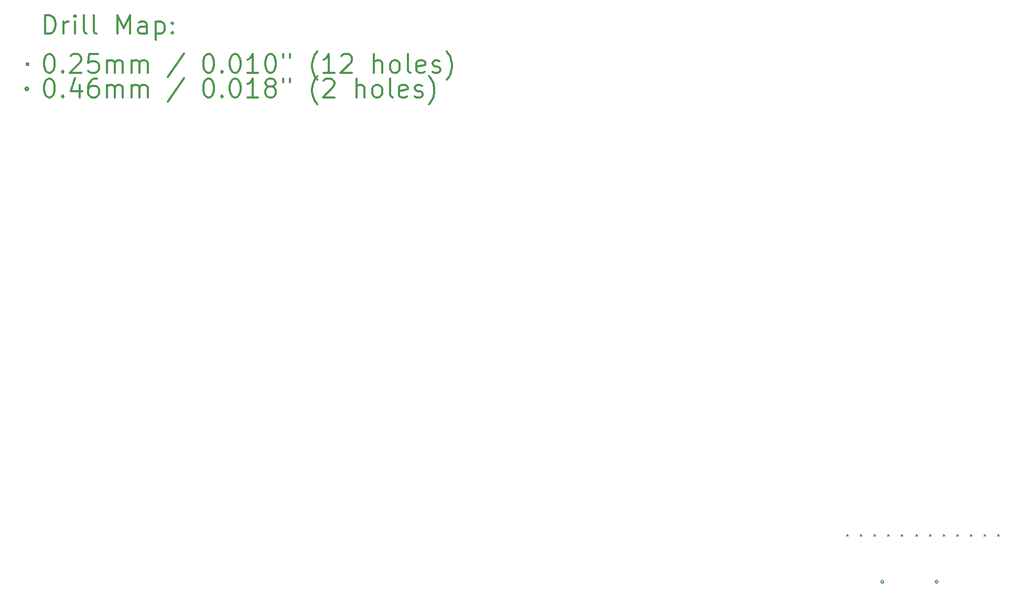
<source format=gbr>
%FSLAX45Y45*%
G04 Gerber Fmt 4.5, Leading zero omitted, Abs format (unit mm)*
G04 Created by KiCad (PCBNEW 4.0.5) date 02/22/17 14:17:44*
%MOMM*%
%LPD*%
G01*
G04 APERTURE LIST*
%ADD10C,0.127000*%
%ADD11C,0.200000*%
%ADD12C,0.300000*%
G04 APERTURE END LIST*
D10*
D11*
X179070Y1470660D02*
X204470Y1445260D01*
X204470Y1470660D02*
X179070Y1445260D01*
X398780Y1470660D02*
X424180Y1445260D01*
X424180Y1470660D02*
X398780Y1445260D01*
X618490Y1470660D02*
X643890Y1445260D01*
X643890Y1470660D02*
X618490Y1445260D01*
X838200Y1470660D02*
X863600Y1445260D01*
X863600Y1470660D02*
X838200Y1445260D01*
X1057910Y1470660D02*
X1083310Y1445260D01*
X1083310Y1470660D02*
X1057910Y1445260D01*
X1294130Y1470660D02*
X1319530Y1445260D01*
X1319530Y1470660D02*
X1294130Y1445260D01*
X1513840Y1470660D02*
X1539240Y1445260D01*
X1539240Y1470660D02*
X1513840Y1445260D01*
X1733550Y1470660D02*
X1758950Y1445260D01*
X1758950Y1470660D02*
X1733550Y1445260D01*
X1953260Y1470660D02*
X1978660Y1445260D01*
X1978660Y1470660D02*
X1953260Y1445260D01*
X2172970Y1470660D02*
X2198370Y1445260D01*
X2198370Y1470660D02*
X2172970Y1445260D01*
X2392680Y1470660D02*
X2418080Y1445260D01*
X2418080Y1470660D02*
X2392680Y1445260D01*
X2612390Y1470660D02*
X2637790Y1445260D01*
X2637790Y1470660D02*
X2612390Y1445260D01*
X773720Y705400D02*
G75*
G03X773720Y705400I-23000J0D01*
G01*
X1649720Y705400D02*
G75*
G03X1649720Y705400I-23000J0D01*
G01*
D12*
X-12771471Y9557126D02*
X-12771471Y9857126D01*
X-12700043Y9857126D01*
X-12657186Y9842840D01*
X-12628614Y9814269D01*
X-12614329Y9785697D01*
X-12600043Y9728554D01*
X-12600043Y9685697D01*
X-12614329Y9628554D01*
X-12628614Y9599983D01*
X-12657186Y9571411D01*
X-12700043Y9557126D01*
X-12771471Y9557126D01*
X-12471471Y9557126D02*
X-12471471Y9757126D01*
X-12471471Y9699983D02*
X-12457186Y9728554D01*
X-12442900Y9742840D01*
X-12414329Y9757126D01*
X-12385757Y9757126D01*
X-12285757Y9557126D02*
X-12285757Y9757126D01*
X-12285757Y9857126D02*
X-12300043Y9842840D01*
X-12285757Y9828554D01*
X-12271471Y9842840D01*
X-12285757Y9857126D01*
X-12285757Y9828554D01*
X-12100043Y9557126D02*
X-12128614Y9571411D01*
X-12142900Y9599983D01*
X-12142900Y9857126D01*
X-11942900Y9557126D02*
X-11971471Y9571411D01*
X-11985757Y9599983D01*
X-11985757Y9857126D01*
X-11600043Y9557126D02*
X-11600043Y9857126D01*
X-11500043Y9642840D01*
X-11400043Y9857126D01*
X-11400043Y9557126D01*
X-11128614Y9557126D02*
X-11128614Y9714269D01*
X-11142900Y9742840D01*
X-11171471Y9757126D01*
X-11228614Y9757126D01*
X-11257186Y9742840D01*
X-11128614Y9571411D02*
X-11157186Y9557126D01*
X-11228614Y9557126D01*
X-11257186Y9571411D01*
X-11271471Y9599983D01*
X-11271471Y9628554D01*
X-11257186Y9657126D01*
X-11228614Y9671411D01*
X-11157186Y9671411D01*
X-11128614Y9685697D01*
X-10985757Y9757126D02*
X-10985757Y9457126D01*
X-10985757Y9742840D02*
X-10957186Y9757126D01*
X-10900043Y9757126D01*
X-10871471Y9742840D01*
X-10857186Y9728554D01*
X-10842900Y9699983D01*
X-10842900Y9614269D01*
X-10857186Y9585697D01*
X-10871471Y9571411D01*
X-10900043Y9557126D01*
X-10957186Y9557126D01*
X-10985757Y9571411D01*
X-10714329Y9585697D02*
X-10700043Y9571411D01*
X-10714329Y9557126D01*
X-10728614Y9571411D01*
X-10714329Y9585697D01*
X-10714329Y9557126D01*
X-10714329Y9742840D02*
X-10700043Y9728554D01*
X-10714329Y9714269D01*
X-10728614Y9728554D01*
X-10714329Y9742840D01*
X-10714329Y9714269D01*
X-13068300Y9075540D02*
X-13042900Y9050140D01*
X-13042900Y9075540D02*
X-13068300Y9050140D01*
X-12714329Y9227126D02*
X-12685757Y9227126D01*
X-12657186Y9212840D01*
X-12642900Y9198554D01*
X-12628614Y9169983D01*
X-12614329Y9112840D01*
X-12614329Y9041411D01*
X-12628614Y8984269D01*
X-12642900Y8955697D01*
X-12657186Y8941411D01*
X-12685757Y8927126D01*
X-12714329Y8927126D01*
X-12742900Y8941411D01*
X-12757186Y8955697D01*
X-12771471Y8984269D01*
X-12785757Y9041411D01*
X-12785757Y9112840D01*
X-12771471Y9169983D01*
X-12757186Y9198554D01*
X-12742900Y9212840D01*
X-12714329Y9227126D01*
X-12485757Y8955697D02*
X-12471471Y8941411D01*
X-12485757Y8927126D01*
X-12500043Y8941411D01*
X-12485757Y8955697D01*
X-12485757Y8927126D01*
X-12357186Y9198554D02*
X-12342900Y9212840D01*
X-12314329Y9227126D01*
X-12242900Y9227126D01*
X-12214329Y9212840D01*
X-12200043Y9198554D01*
X-12185757Y9169983D01*
X-12185757Y9141411D01*
X-12200043Y9098554D01*
X-12371471Y8927126D01*
X-12185757Y8927126D01*
X-11914329Y9227126D02*
X-12057186Y9227126D01*
X-12071471Y9084269D01*
X-12057186Y9098554D01*
X-12028614Y9112840D01*
X-11957186Y9112840D01*
X-11928614Y9098554D01*
X-11914329Y9084269D01*
X-11900043Y9055697D01*
X-11900043Y8984269D01*
X-11914329Y8955697D01*
X-11928614Y8941411D01*
X-11957186Y8927126D01*
X-12028614Y8927126D01*
X-12057186Y8941411D01*
X-12071471Y8955697D01*
X-11771471Y8927126D02*
X-11771471Y9127126D01*
X-11771471Y9098554D02*
X-11757186Y9112840D01*
X-11728614Y9127126D01*
X-11685757Y9127126D01*
X-11657186Y9112840D01*
X-11642900Y9084269D01*
X-11642900Y8927126D01*
X-11642900Y9084269D02*
X-11628614Y9112840D01*
X-11600043Y9127126D01*
X-11557186Y9127126D01*
X-11528614Y9112840D01*
X-11514329Y9084269D01*
X-11514329Y8927126D01*
X-11371471Y8927126D02*
X-11371471Y9127126D01*
X-11371471Y9098554D02*
X-11357186Y9112840D01*
X-11328614Y9127126D01*
X-11285757Y9127126D01*
X-11257186Y9112840D01*
X-11242900Y9084269D01*
X-11242900Y8927126D01*
X-11242900Y9084269D02*
X-11228614Y9112840D01*
X-11200043Y9127126D01*
X-11157186Y9127126D01*
X-11128614Y9112840D01*
X-11114329Y9084269D01*
X-11114329Y8927126D01*
X-10528614Y9241411D02*
X-10785757Y8855697D01*
X-10142900Y9227126D02*
X-10114329Y9227126D01*
X-10085757Y9212840D01*
X-10071472Y9198554D01*
X-10057186Y9169983D01*
X-10042900Y9112840D01*
X-10042900Y9041411D01*
X-10057186Y8984269D01*
X-10071472Y8955697D01*
X-10085757Y8941411D01*
X-10114329Y8927126D01*
X-10142900Y8927126D01*
X-10171472Y8941411D01*
X-10185757Y8955697D01*
X-10200043Y8984269D01*
X-10214329Y9041411D01*
X-10214329Y9112840D01*
X-10200043Y9169983D01*
X-10185757Y9198554D01*
X-10171472Y9212840D01*
X-10142900Y9227126D01*
X-9914329Y8955697D02*
X-9900043Y8941411D01*
X-9914329Y8927126D01*
X-9928614Y8941411D01*
X-9914329Y8955697D01*
X-9914329Y8927126D01*
X-9714329Y9227126D02*
X-9685757Y9227126D01*
X-9657186Y9212840D01*
X-9642900Y9198554D01*
X-9628614Y9169983D01*
X-9614329Y9112840D01*
X-9614329Y9041411D01*
X-9628614Y8984269D01*
X-9642900Y8955697D01*
X-9657186Y8941411D01*
X-9685757Y8927126D01*
X-9714329Y8927126D01*
X-9742900Y8941411D01*
X-9757186Y8955697D01*
X-9771472Y8984269D01*
X-9785757Y9041411D01*
X-9785757Y9112840D01*
X-9771472Y9169983D01*
X-9757186Y9198554D01*
X-9742900Y9212840D01*
X-9714329Y9227126D01*
X-9328614Y8927126D02*
X-9500043Y8927126D01*
X-9414329Y8927126D02*
X-9414329Y9227126D01*
X-9442900Y9184269D01*
X-9471472Y9155697D01*
X-9500043Y9141411D01*
X-9142900Y9227126D02*
X-9114329Y9227126D01*
X-9085757Y9212840D01*
X-9071472Y9198554D01*
X-9057186Y9169983D01*
X-9042900Y9112840D01*
X-9042900Y9041411D01*
X-9057186Y8984269D01*
X-9071472Y8955697D01*
X-9085757Y8941411D01*
X-9114329Y8927126D01*
X-9142900Y8927126D01*
X-9171472Y8941411D01*
X-9185757Y8955697D01*
X-9200043Y8984269D01*
X-9214329Y9041411D01*
X-9214329Y9112840D01*
X-9200043Y9169983D01*
X-9185757Y9198554D01*
X-9171472Y9212840D01*
X-9142900Y9227126D01*
X-8928614Y9227126D02*
X-8928614Y9169983D01*
X-8814329Y9227126D02*
X-8814329Y9169983D01*
X-8371471Y8812840D02*
X-8385757Y8827126D01*
X-8414329Y8869983D01*
X-8428614Y8898554D01*
X-8442900Y8941411D01*
X-8457186Y9012840D01*
X-8457186Y9069983D01*
X-8442900Y9141411D01*
X-8428614Y9184269D01*
X-8414329Y9212840D01*
X-8385757Y9255697D01*
X-8371471Y9269983D01*
X-8100043Y8927126D02*
X-8271471Y8927126D01*
X-8185757Y8927126D02*
X-8185757Y9227126D01*
X-8214329Y9184269D01*
X-8242900Y9155697D01*
X-8271471Y9141411D01*
X-7985757Y9198554D02*
X-7971471Y9212840D01*
X-7942900Y9227126D01*
X-7871471Y9227126D01*
X-7842900Y9212840D01*
X-7828614Y9198554D01*
X-7814329Y9169983D01*
X-7814329Y9141411D01*
X-7828614Y9098554D01*
X-8000043Y8927126D01*
X-7814329Y8927126D01*
X-7457186Y8927126D02*
X-7457186Y9227126D01*
X-7328614Y8927126D02*
X-7328614Y9084269D01*
X-7342900Y9112840D01*
X-7371471Y9127126D01*
X-7414329Y9127126D01*
X-7442900Y9112840D01*
X-7457186Y9098554D01*
X-7142900Y8927126D02*
X-7171471Y8941411D01*
X-7185757Y8955697D01*
X-7200043Y8984269D01*
X-7200043Y9069983D01*
X-7185757Y9098554D01*
X-7171471Y9112840D01*
X-7142900Y9127126D01*
X-7100043Y9127126D01*
X-7071471Y9112840D01*
X-7057186Y9098554D01*
X-7042900Y9069983D01*
X-7042900Y8984269D01*
X-7057186Y8955697D01*
X-7071471Y8941411D01*
X-7100043Y8927126D01*
X-7142900Y8927126D01*
X-6871471Y8927126D02*
X-6900043Y8941411D01*
X-6914329Y8969983D01*
X-6914329Y9227126D01*
X-6642900Y8941411D02*
X-6671471Y8927126D01*
X-6728614Y8927126D01*
X-6757186Y8941411D01*
X-6771471Y8969983D01*
X-6771471Y9084269D01*
X-6757186Y9112840D01*
X-6728614Y9127126D01*
X-6671471Y9127126D01*
X-6642900Y9112840D01*
X-6628614Y9084269D01*
X-6628614Y9055697D01*
X-6771471Y9027126D01*
X-6514328Y8941411D02*
X-6485757Y8927126D01*
X-6428614Y8927126D01*
X-6400043Y8941411D01*
X-6385757Y8969983D01*
X-6385757Y8984269D01*
X-6400043Y9012840D01*
X-6428614Y9027126D01*
X-6471471Y9027126D01*
X-6500043Y9041411D01*
X-6514328Y9069983D01*
X-6514328Y9084269D01*
X-6500043Y9112840D01*
X-6471471Y9127126D01*
X-6428614Y9127126D01*
X-6400043Y9112840D01*
X-6285757Y8812840D02*
X-6271471Y8827126D01*
X-6242900Y8869983D01*
X-6228614Y8898554D01*
X-6214329Y8941411D01*
X-6200043Y9012840D01*
X-6200043Y9069983D01*
X-6214329Y9141411D01*
X-6228614Y9184269D01*
X-6242900Y9212840D01*
X-6271471Y9255697D01*
X-6285757Y9269983D01*
X-13042900Y8666840D02*
G75*
G03X-13042900Y8666840I-23000J0D01*
G01*
X-12714329Y8831126D02*
X-12685757Y8831126D01*
X-12657186Y8816840D01*
X-12642900Y8802554D01*
X-12628614Y8773983D01*
X-12614329Y8716840D01*
X-12614329Y8645411D01*
X-12628614Y8588269D01*
X-12642900Y8559697D01*
X-12657186Y8545411D01*
X-12685757Y8531126D01*
X-12714329Y8531126D01*
X-12742900Y8545411D01*
X-12757186Y8559697D01*
X-12771471Y8588269D01*
X-12785757Y8645411D01*
X-12785757Y8716840D01*
X-12771471Y8773983D01*
X-12757186Y8802554D01*
X-12742900Y8816840D01*
X-12714329Y8831126D01*
X-12485757Y8559697D02*
X-12471471Y8545411D01*
X-12485757Y8531126D01*
X-12500043Y8545411D01*
X-12485757Y8559697D01*
X-12485757Y8531126D01*
X-12214329Y8731126D02*
X-12214329Y8531126D01*
X-12285757Y8845411D02*
X-12357186Y8631126D01*
X-12171471Y8631126D01*
X-11928614Y8831126D02*
X-11985757Y8831126D01*
X-12014329Y8816840D01*
X-12028614Y8802554D01*
X-12057186Y8759697D01*
X-12071471Y8702554D01*
X-12071471Y8588269D01*
X-12057186Y8559697D01*
X-12042900Y8545411D01*
X-12014329Y8531126D01*
X-11957186Y8531126D01*
X-11928614Y8545411D01*
X-11914329Y8559697D01*
X-11900043Y8588269D01*
X-11900043Y8659697D01*
X-11914329Y8688269D01*
X-11928614Y8702554D01*
X-11957186Y8716840D01*
X-12014329Y8716840D01*
X-12042900Y8702554D01*
X-12057186Y8688269D01*
X-12071471Y8659697D01*
X-11771471Y8531126D02*
X-11771471Y8731126D01*
X-11771471Y8702554D02*
X-11757186Y8716840D01*
X-11728614Y8731126D01*
X-11685757Y8731126D01*
X-11657186Y8716840D01*
X-11642900Y8688269D01*
X-11642900Y8531126D01*
X-11642900Y8688269D02*
X-11628614Y8716840D01*
X-11600043Y8731126D01*
X-11557186Y8731126D01*
X-11528614Y8716840D01*
X-11514329Y8688269D01*
X-11514329Y8531126D01*
X-11371471Y8531126D02*
X-11371471Y8731126D01*
X-11371471Y8702554D02*
X-11357186Y8716840D01*
X-11328614Y8731126D01*
X-11285757Y8731126D01*
X-11257186Y8716840D01*
X-11242900Y8688269D01*
X-11242900Y8531126D01*
X-11242900Y8688269D02*
X-11228614Y8716840D01*
X-11200043Y8731126D01*
X-11157186Y8731126D01*
X-11128614Y8716840D01*
X-11114329Y8688269D01*
X-11114329Y8531126D01*
X-10528614Y8845411D02*
X-10785757Y8459697D01*
X-10142900Y8831126D02*
X-10114329Y8831126D01*
X-10085757Y8816840D01*
X-10071472Y8802554D01*
X-10057186Y8773983D01*
X-10042900Y8716840D01*
X-10042900Y8645411D01*
X-10057186Y8588269D01*
X-10071472Y8559697D01*
X-10085757Y8545411D01*
X-10114329Y8531126D01*
X-10142900Y8531126D01*
X-10171472Y8545411D01*
X-10185757Y8559697D01*
X-10200043Y8588269D01*
X-10214329Y8645411D01*
X-10214329Y8716840D01*
X-10200043Y8773983D01*
X-10185757Y8802554D01*
X-10171472Y8816840D01*
X-10142900Y8831126D01*
X-9914329Y8559697D02*
X-9900043Y8545411D01*
X-9914329Y8531126D01*
X-9928614Y8545411D01*
X-9914329Y8559697D01*
X-9914329Y8531126D01*
X-9714329Y8831126D02*
X-9685757Y8831126D01*
X-9657186Y8816840D01*
X-9642900Y8802554D01*
X-9628614Y8773983D01*
X-9614329Y8716840D01*
X-9614329Y8645411D01*
X-9628614Y8588269D01*
X-9642900Y8559697D01*
X-9657186Y8545411D01*
X-9685757Y8531126D01*
X-9714329Y8531126D01*
X-9742900Y8545411D01*
X-9757186Y8559697D01*
X-9771472Y8588269D01*
X-9785757Y8645411D01*
X-9785757Y8716840D01*
X-9771472Y8773983D01*
X-9757186Y8802554D01*
X-9742900Y8816840D01*
X-9714329Y8831126D01*
X-9328614Y8531126D02*
X-9500043Y8531126D01*
X-9414329Y8531126D02*
X-9414329Y8831126D01*
X-9442900Y8788269D01*
X-9471472Y8759697D01*
X-9500043Y8745411D01*
X-9157186Y8702554D02*
X-9185757Y8716840D01*
X-9200043Y8731126D01*
X-9214329Y8759697D01*
X-9214329Y8773983D01*
X-9200043Y8802554D01*
X-9185757Y8816840D01*
X-9157186Y8831126D01*
X-9100043Y8831126D01*
X-9071472Y8816840D01*
X-9057186Y8802554D01*
X-9042900Y8773983D01*
X-9042900Y8759697D01*
X-9057186Y8731126D01*
X-9071472Y8716840D01*
X-9100043Y8702554D01*
X-9157186Y8702554D01*
X-9185757Y8688269D01*
X-9200043Y8673983D01*
X-9214329Y8645411D01*
X-9214329Y8588269D01*
X-9200043Y8559697D01*
X-9185757Y8545411D01*
X-9157186Y8531126D01*
X-9100043Y8531126D01*
X-9071472Y8545411D01*
X-9057186Y8559697D01*
X-9042900Y8588269D01*
X-9042900Y8645411D01*
X-9057186Y8673983D01*
X-9071472Y8688269D01*
X-9100043Y8702554D01*
X-8928614Y8831126D02*
X-8928614Y8773983D01*
X-8814329Y8831126D02*
X-8814329Y8773983D01*
X-8371471Y8416840D02*
X-8385757Y8431126D01*
X-8414329Y8473983D01*
X-8428614Y8502554D01*
X-8442900Y8545411D01*
X-8457186Y8616840D01*
X-8457186Y8673983D01*
X-8442900Y8745411D01*
X-8428614Y8788269D01*
X-8414329Y8816840D01*
X-8385757Y8859697D01*
X-8371471Y8873983D01*
X-8271471Y8802554D02*
X-8257186Y8816840D01*
X-8228614Y8831126D01*
X-8157186Y8831126D01*
X-8128614Y8816840D01*
X-8114329Y8802554D01*
X-8100043Y8773983D01*
X-8100043Y8745411D01*
X-8114329Y8702554D01*
X-8285757Y8531126D01*
X-8100043Y8531126D01*
X-7742900Y8531126D02*
X-7742900Y8831126D01*
X-7614329Y8531126D02*
X-7614329Y8688269D01*
X-7628614Y8716840D01*
X-7657186Y8731126D01*
X-7700043Y8731126D01*
X-7728614Y8716840D01*
X-7742900Y8702554D01*
X-7428614Y8531126D02*
X-7457186Y8545411D01*
X-7471471Y8559697D01*
X-7485757Y8588269D01*
X-7485757Y8673983D01*
X-7471471Y8702554D01*
X-7457186Y8716840D01*
X-7428614Y8731126D01*
X-7385757Y8731126D01*
X-7357186Y8716840D01*
X-7342900Y8702554D01*
X-7328614Y8673983D01*
X-7328614Y8588269D01*
X-7342900Y8559697D01*
X-7357186Y8545411D01*
X-7385757Y8531126D01*
X-7428614Y8531126D01*
X-7157186Y8531126D02*
X-7185757Y8545411D01*
X-7200043Y8573983D01*
X-7200043Y8831126D01*
X-6928614Y8545411D02*
X-6957186Y8531126D01*
X-7014329Y8531126D01*
X-7042900Y8545411D01*
X-7057186Y8573983D01*
X-7057186Y8688269D01*
X-7042900Y8716840D01*
X-7014329Y8731126D01*
X-6957186Y8731126D01*
X-6928614Y8716840D01*
X-6914329Y8688269D01*
X-6914329Y8659697D01*
X-7057186Y8631126D01*
X-6800043Y8545411D02*
X-6771471Y8531126D01*
X-6714329Y8531126D01*
X-6685757Y8545411D01*
X-6671471Y8573983D01*
X-6671471Y8588269D01*
X-6685757Y8616840D01*
X-6714329Y8631126D01*
X-6757186Y8631126D01*
X-6785757Y8645411D01*
X-6800043Y8673983D01*
X-6800043Y8688269D01*
X-6785757Y8716840D01*
X-6757186Y8731126D01*
X-6714329Y8731126D01*
X-6685757Y8716840D01*
X-6571471Y8416840D02*
X-6557186Y8431126D01*
X-6528614Y8473983D01*
X-6514329Y8502554D01*
X-6500043Y8545411D01*
X-6485757Y8616840D01*
X-6485757Y8673983D01*
X-6500043Y8745411D01*
X-6514329Y8788269D01*
X-6528614Y8816840D01*
X-6557186Y8859697D01*
X-6571471Y8873983D01*
M02*

</source>
